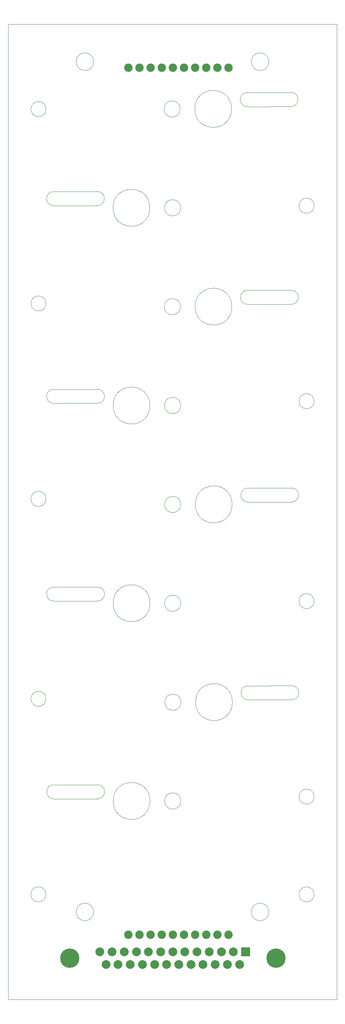
<source format=gbs>
G04 This is an RS-274x file exported by *
G04 gerbv version 2.6.0 *
G04 More information is available about gerbv at *
G04 http://gerbv.gpleda.org/ *
G04 --End of header info--*
%MOIN*%
%FSLAX34Y34*%
%IPPOS*%
G04 --Define apertures--*
%ADD10C,0.0000*%
%ADD11C,0.1732*%
%ADD12C,0.0787*%
%ADD13R,0.0787X0.0787*%
%ADD14C,0.0748*%
G04 --Start main section--*
G54D10*
G01X0055951Y-027656D02*
G75*
G02X0055948Y-026396I-000001J0000630D01*
G01X0059885Y-026388D02*
G75*
G02X0059888Y-027648I0000001J-000630D01*
G01X0055928Y-009935D02*
G01X0059865Y-009927D01*
G01X0055926Y-008675D02*
G01X0059863Y-008667D01*
G01X0049907Y-010147D02*
G75*
G03X0049907Y-010147I-000729J0000000D01*
G01X0054522Y-010140D02*
G75*
G03X0054522Y-010140I-001654J0000000D01*
G01X0055928Y-009935D02*
G75*
G02X0055926Y-008675I-000001J0000630D01*
G01X0034449Y-089963D02*
G01X0034449Y-002562D01*
G01X0063976Y-089963D02*
G01X0034449Y-089963D01*
G01X0063976Y-002562D02*
G01X0063976Y-089963D01*
G01X0034449Y-002562D02*
G01X0063976Y-002562D01*
G01X0042477Y-071965D02*
G01X0038540Y-071966D01*
G01X0042476Y-070705D02*
G01X0038539Y-070707D01*
G01X0049957Y-072160D02*
G75*
G03X0049957Y-072160I-000729J0000000D01*
G01X0047191Y-072161D02*
G75*
G03X0047191Y-072161I-001654J0000000D01*
G01X0042476Y-070705D02*
G75*
G02X0042477Y-071965I0000000J-000630D01*
G01X0054567Y-045581D02*
G75*
G03X0054567Y-045581I-001654J0000000D01*
G01X0055973Y-045376D02*
G75*
G02X0055971Y-044116I-000001J0000630D01*
G01X0059908Y-044108D02*
G75*
G02X0059910Y-045368I0000001J-000630D01*
G01X0055951Y-027656D02*
G01X0059888Y-027648D01*
G01X0055948Y-026396D02*
G01X0059885Y-026388D01*
G01X0049929Y-027868D02*
G75*
G03X0049929Y-027868I-000729J0000000D01*
G01X0054545Y-027860D02*
G75*
G03X0054545Y-027860I-001654J0000000D01*
G01X0042460Y-017548D02*
G01X0038523Y-017550D01*
G01X0049941Y-019003D02*
G75*
G03X0049941Y-019003I-000729J0000000D01*
G01X0047174Y-019005D02*
G75*
G03X0047174Y-019005I-001654J0000000D01*
G01X0042460Y-017548D02*
G75*
G02X0042461Y-018808I0000000J-000630D01*
G01X0038524Y-018810D02*
G75*
G02X0038523Y-017550I0000000J0000630D01*
G01X0055996Y-063097D02*
G01X0059933Y-063089D01*
G01X0055993Y-061837D02*
G01X0059930Y-061829D01*
G01X0059863Y-008667D02*
G75*
G02X0059865Y-009927I0000001J-000630D01*
G01X0057874Y-005908D02*
G75*
G03X0057874Y-005908I-000787J0000000D01*
G01X0042126Y-005908D02*
G75*
G03X0042126Y-005908I-000787J0000000D01*
G01X0057874Y-082103D02*
G75*
G03X0057874Y-082103I-000787J0000000D01*
G01X0042126Y-082103D02*
G75*
G03X0042126Y-082103I-000787J0000000D01*
G01X0037840Y-027576D02*
G75*
G03X0037840Y-027576I-000675J0000000D01*
G01X0037840Y-010154D02*
G75*
G03X0037840Y-010154I-000675J0000000D01*
G01X0049974Y-063309D02*
G75*
G03X0049974Y-063309I-000729J0000000D01*
G01X0054590Y-063301D02*
G75*
G03X0054590Y-063301I-001654J0000000D01*
G01X0055996Y-063097D02*
G75*
G02X0055993Y-061837I-000001J0000630D01*
G01X0059930Y-061829D02*
G75*
G02X0059933Y-063089I0000001J-000630D01*
G01X0055973Y-045376D02*
G01X0059910Y-045368D01*
G01X0055971Y-044116D02*
G01X0059908Y-044108D01*
G01X0049952Y-045588D02*
G75*
G03X0049952Y-045588I-000729J0000000D01*
G01X0061935Y-080529D02*
G75*
G03X0061935Y-080529I-000675J0000000D01*
G01X0061935Y-071769D02*
G75*
G03X0061935Y-071769I-000675J0000000D01*
G01X0061935Y-054249D02*
G75*
G03X0061935Y-054249I-000675J0000000D01*
G01X0061935Y-036336D02*
G75*
G03X0061935Y-036336I-000675J0000000D01*
G01X0061935Y-018816D02*
G75*
G03X0061935Y-018816I-000675J0000000D01*
G01X0037840Y-080529D02*
G75*
G03X0037840Y-080529I-000675J0000000D01*
G01X0037840Y-063009D02*
G75*
G03X0037840Y-063009I-000675J0000000D01*
G01X0042466Y-036527D02*
G01X0038529Y-036529D01*
G01X0042465Y-035267D02*
G01X0038528Y-035269D01*
G01X0049946Y-036722D02*
G75*
G03X0049946Y-036722I-000729J0000000D01*
G01X0047180Y-036724D02*
G75*
G03X0047180Y-036724I-001654J0000000D01*
G01X0042465Y-035267D02*
G75*
G02X0042466Y-036527I0000000J-000630D01*
G01X0038529Y-036529D02*
G75*
G02X0038528Y-035269I0000000J0000630D01*
G01X0042461Y-018808D02*
G01X0038524Y-018810D01*
G01X0038540Y-071966D02*
G75*
G02X0038539Y-070707I0000000J0000630D01*
G01X0042472Y-054246D02*
G01X0038535Y-054248D01*
G01X0042471Y-052986D02*
G01X0038534Y-052988D01*
G01X0049952Y-054441D02*
G75*
G03X0049952Y-054441I-000729J0000000D01*
G01X0047185Y-054443D02*
G75*
G03X0047185Y-054443I-001654J0000000D01*
G01X0042471Y-052986D02*
G75*
G02X0042472Y-054246I0000000J-000630D01*
G01X0038535Y-054248D02*
G75*
G02X0038534Y-052988I0000000J0000630D01*
G01X0037840Y-045096D02*
G75*
G03X0037840Y-045096I-000675J0000000D01*
G54D11*
G01X0039961Y-086249D03*
G01X0058504Y-086249D03*
G54D12*
G01X0043234Y-086808D03*
G01X0044325Y-086808D03*
G01X0045415Y-086808D03*
G01X0046506Y-086808D03*
G01X0047596Y-086808D03*
G01X0048687Y-086808D03*
G01X0049778Y-086808D03*
G01X0050868Y-086808D03*
G01X0051959Y-086808D03*
G01X0053049Y-086808D03*
G01X0054140Y-086808D03*
G01X0055230Y-086808D03*
G01X0042689Y-085690D03*
G01X0043780Y-085690D03*
G01X0044870Y-085690D03*
G01X0045961Y-085690D03*
G01X0047051Y-085690D03*
G01X0048142Y-085690D03*
G01X0049232Y-085690D03*
G01X0050323Y-085690D03*
G01X0051413Y-085690D03*
G01X0052504Y-085690D03*
G01X0053594Y-085690D03*
G01X0054685Y-085690D03*
G54D13*
G01X0055776Y-085690D03*
G54D14*
G01X0045232Y-006451D03*
G01X0046232Y-006451D03*
G01X0047232Y-006451D03*
G01X0048232Y-006451D03*
G01X0049232Y-006451D03*
G01X0050232Y-006451D03*
G01X0051232Y-006451D03*
G01X0052232Y-006451D03*
G01X0053232Y-006451D03*
G01X0054232Y-006451D03*
G01X0054232Y-084154D03*
G01X0053232Y-084154D03*
G01X0052232Y-084154D03*
G01X0051232Y-084154D03*
G01X0050232Y-084154D03*
G01X0049232Y-084154D03*
G01X0048232Y-084154D03*
G01X0047232Y-084154D03*
G01X0046232Y-084154D03*
G01X0045232Y-084154D03*
M02*

</source>
